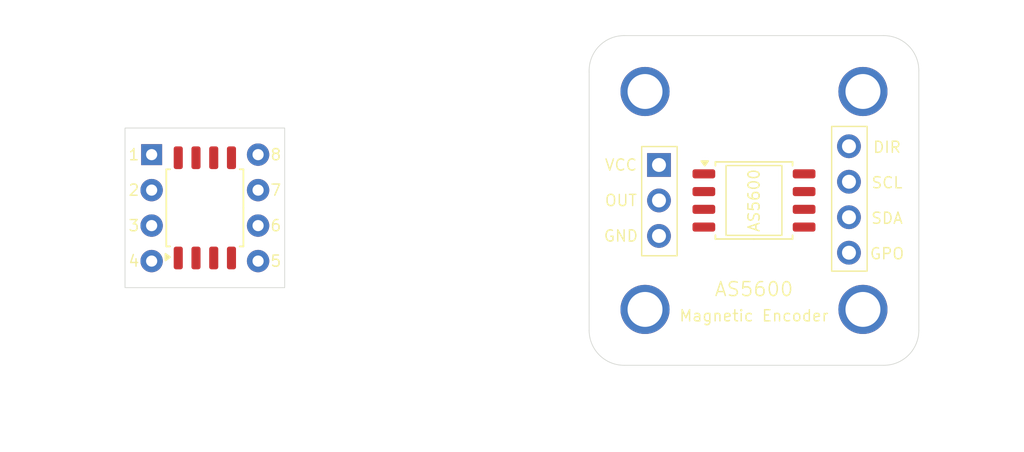
<source format=kicad_pcb>
(kicad_pcb (version 20241229) (generator "pcbnew") (generator_version "9.0")
  (layers (0 "F.Cu" signal) (2 "B.Cu" signal) (13 "F.Paste" user) (15 "B.Paste" user) (5 "F.SilkS" user "F.Silkscreen") (7 "B.SilkS" user "B.Silkscreen") (1 "F.Mask" user) (3 "B.Mask" user) (25 "Edge.Cuts" user))
  (net 0 "")
  (footprint "clipboard:a82f482e-2a98-42b2-ad30-058eb233b8c8" (layer "F.Cu") (at 77.47 48.26)
    (property "Reference" "" (at 0 0.635 0) (layer "F.SilkS") (effects (font (size 1.27 1.27))))
    (property "Value" "")
    (fp_text user "AS5600" (at 5.08 -10.16 0) (layer "F.SilkS") (effects (font (thickness 0.1))))
    (fp_text user "Magnetic Encoder" (at 5.08 -8.255 0) (layer "F.SilkS") (effects (font (size 0.8 0.8) (thickness 0.1))))
  )
  (footprint "Package_SO:SOIC-8_5.3x5.3mm_P1.27mm" (layer "F.Cu") (at 43.24 32.28 90)
    (property "Reference" "REF**" (hide yes))
    (property "Value" "SOIC-8_5.3x5.3mm_P1.27mm")
    (fp_line (start 2.76 -2.76) (end 2.76 -2.49) (stroke (width 0.12)) (layer "F.SilkS"))
    (fp_line (start 0 -2.76) (end 2.76 -2.76) (stroke (width 0.12)) (layer "F.SilkS"))
    (fp_line (start 0 -2.76) (end -2.76 -2.76) (stroke (width 0.12)) (layer "F.SilkS"))
    (fp_line (start -2.76 -2.76) (end -2.76 -2.49) (stroke (width 0.12)) (layer "F.SilkS"))
    (fp_line (start 2.76 2.76) (end 2.76 2.49) (stroke (width 0.12)) (layer "F.SilkS"))
    (fp_line (start 0 2.76) (end 2.76 2.76) (stroke (width 0.12)) (layer "F.SilkS"))
    (fp_line (start 0 2.76) (end -2.76 2.76) (stroke (width 0.12)) (layer "F.SilkS"))
    (fp_line (start -2.76 2.76) (end -2.76 2.49) (stroke (width 0.12)) (layer "F.SilkS"))
    (fp_poly (pts (xy -3.525 -2.49) (xy -3.765 -2.82) (xy -3.285 -2.82)) (stroke (width 0.12)) (fill yes) (layer "F.SilkS"))
    (pad "1" smd roundrect (at -3.5875 -1.905 90) (size 1.625 0.65) (layers "F.Cu" "F.Mask" "F.Paste"))
    (pad "2" smd roundrect (at -3.5875 -0.635 90) (size 1.625 0.65) (layers "F.Cu" "F.Mask" "F.Paste"))
    (pad "3" smd roundrect (at -3.5875 0.635 90) (size 1.625 0.65) (layers "F.Cu" "F.Mask" "F.Paste"))
    (pad "4" smd roundrect (at -3.5875 1.905 90) (size 1.625 0.65) (layers "F.Cu" "F.Mask" "F.Paste"))
    (pad "5" smd roundrect (at 3.5875 1.905 90) (size 1.625 0.65) (layers "F.Cu" "F.Mask" "F.Paste"))
    (pad "6" smd roundrect (at 3.5875 0.635 90) (size 1.625 0.65) (layers "F.Cu" "F.Mask" "F.Paste"))
    (pad "7" smd roundrect (at 3.5875 -0.635 90) (size 1.625 0.65) (layers "F.Cu" "F.Mask" "F.Paste"))
    (pad "8" smd roundrect (at 3.5875 -1.905 90) (size 1.625 0.65) (layers "F.Cu" "F.Mask" "F.Paste"))
  )
  (footprint "Package_SO:SOIC-8_5.3x5.3mm_P1.27mm" (layer "F.Cu") (at 82.55 31.75)
    (property "Reference" "REF**" (hide yes))
    (property "Value" "SOIC-8_5.3x5.3mm_P1.27mm")
    (fp_line (start -2.76 -2.76) (end -2.76 -2.49) (stroke (width 0.12)) (layer "F.SilkS"))
    (fp_line (start -2.76 2.76) (end -2.76 2.49) (stroke (width 0.12)) (layer "F.SilkS"))
    (fp_line (start 0 -2.76) (end -2.76 -2.76) (stroke (width 0.12)) (layer "F.SilkS"))
    (fp_line (start 0 -2.76) (end 2.76 -2.76) (stroke (width 0.12)) (layer "F.SilkS"))
    (fp_line (start 0 2.76) (end -2.76 2.76) (stroke (width 0.12)) (layer "F.SilkS"))
    (fp_line (start 0 2.76) (end 2.76 2.76) (stroke (width 0.12)) (layer "F.SilkS"))
    (fp_line (start 2.76 -2.76) (end 2.76 -2.49) (stroke (width 0.12)) (layer "F.SilkS"))
    (fp_line (start 2.76 2.76) (end 2.76 2.49) (stroke (width 0.12)) (layer "F.SilkS"))
    (fp_poly (pts (xy -3.525 -2.49) (xy -3.765 -2.82) (xy -3.285 -2.82)) (stroke (width 0.12)) (fill yes) (layer "F.SilkS"))
    (pad "1" smd roundrect (at -3.5875 -1.905) (size 1.625 0.65) (layers "F.Cu" "F.Mask" "F.Paste"))
    (pad "2" smd roundrect (at -3.5875 -0.635) (size 1.625 0.65) (layers "F.Cu" "F.Mask" "F.Paste"))
    (pad "3" smd roundrect (at -3.5875 0.635) (size 1.625 0.65) (layers "F.Cu" "F.Mask" "F.Paste"))
    (pad "4" smd roundrect (at -3.5875 1.905) (size 1.625 0.65) (layers "F.Cu" "F.Mask" "F.Paste"))
    (pad "5" smd roundrect (at 3.5875 1.905) (size 1.625 0.65) (layers "F.Cu" "F.Mask" "F.Paste"))
    (pad "6" smd roundrect (at 3.5875 0.635) (size 1.625 0.65) (layers "F.Cu" "F.Mask" "F.Paste"))
    (pad "7" smd roundrect (at 3.5875 -0.635) (size 1.625 0.65) (layers "F.Cu" "F.Mask" "F.Paste"))
    (pad "8" smd roundrect (at 3.5875 -1.905) (size 1.625 0.65) (layers "F.Cu" "F.Mask" "F.Paste"))
  )
  (footprint "modules_libJonny:Adapter-Board_SOP8_to_DIP8" (layer "F.Cu") (at 43.24 32.28)
    (property "Reference" "REF**" (hide yes))
    (property "Value" "Adapter-Board_SOP8_to_DIP8" (hide yes))
    (pad "1" thru_hole rect (at -3.81 -3.81) (size 1.5 1.5) (drill 0.8) (layers "*.Cu" "*.Mask"))
    (pad "2" thru_hole circle (at -3.81 -1.27) (size 1.6 1.6) (drill 0.8) (layers "*.Cu" "*.Mask"))
    (pad "3" thru_hole circle (at -3.81 1.27) (size 1.6 1.6) (drill 0.8) (layers "*.Cu" "*.Mask"))
    (pad "4" thru_hole circle (at -3.81 3.81) (size 1.6 1.6) (drill 0.8) (layers "*.Cu" "*.Mask"))
    (pad "5" thru_hole circle (at 3.81 3.81) (size 1.6 1.6) (drill 0.8) (layers "*.Cu" "*.Mask"))
    (pad "6" thru_hole circle (at 3.81 1.27) (size 1.6 1.6) (drill 0.8) (layers "*.Cu" "*.Mask"))
    (pad "7" thru_hole circle (at 3.81 -1.27) (size 1.6 1.6) (drill 0.8) (layers "*.Cu" "*.Mask"))
    (pad "8" thru_hole circle (at 3.81 -3.81) (size 1.6 1.6) (drill 0.8) (layers "*.Cu" "*.Mask"))
  )
  (footprint "modules_libJonny:AS5600_Magnetic-Encoder_Breakout_Board" (layer "F.Cu") (at 82.55 31.75)
    (property "Reference" "REF**" (hide yes))
    (property "Value" "AS5600_Magnetic-Encoder_Breakout_Board")
    (fp_rect (start -8.04 -3.86) (end -5.5 3.96) (stroke (width 0.1)) (fill no) (layer "F.SilkS"))
    (fp_rect (start -2 -2.5) (end 2 2.5) (stroke (width 0.1)) (fill no) (layer "F.SilkS"))
    (fp_rect (start 5.56 -5.3) (end 8.1 5.06) (stroke (width 0.1)) (fill no) (layer "F.SilkS"))
    (fp_text user "AS5600" (at 0 0 90) (layer "F.SilkS") (effects (font (size 0.8 0.8) (thickness 0.1))))
    (pad "1" thru_hole rect (at -6.8 -2.54) (size 1.7 1.7) (drill 1) (layers "*.Cu" "*.Mask"))
    (pad "2" thru_hole circle (at -6.8 0) (size 1.7 1.7) (drill 1) (layers "*.Cu" "*.Mask"))
    (pad "3" thru_hole circle (at -6.8 2.54) (size 1.7 1.7) (drill 1) (layers "*.Cu" "*.Mask"))
    (pad "4" thru_hole circle (at 6.8 3.74) (size 1.7 1.7) (drill 1) (layers "*.Cu" "*.Mask"))
    (pad "5" thru_hole circle (at 6.8 1.2) (size 1.7 1.7) (drill 1) (layers "*.Cu" "*.Mask"))
    (pad "6" thru_hole circle (at 6.8 -1.34) (size 1.7 1.7) (drill 1) (layers "*.Cu" "*.Mask"))
    (pad "7" thru_hole circle (at 6.8 -3.88) (size 1.7 1.7) (drill 1) (layers "*.Cu" "*.Mask"))
    (pad "P1" thru_hole circle (at -7.8 -7.8) (size 3.516 3.516) (drill 2.5) (layers "*.Cu" "*.Mask"))
    (pad "P1" thru_hole circle (at 7.8 -7.8) (size 3.516 3.516) (drill 2.5) (layers "*.Cu" "*.Mask"))
    (pad "P2" thru_hole circle (at -7.8 7.8) (size 3.516 3.516) (drill 2.5) (layers "*.Cu" "*.Mask"))
    (pad "P2" thru_hole circle (at 7.8 7.8) (size 3.516 3.516) (drill 2.5) (layers "*.Cu" "*.Mask"))
  )
  (gr_line (start 70.75 41.05) (end 70.752167 22.554068) (stroke (width 0.05)) (layer "Edge.Cuts"))
  (gr_arc (start 94.35 41.05) (mid 93.617767 42.817767) (end 91.85 43.55) (stroke (width 0.05)) (layer "Edge.Cuts"))
  (gr_arc (start 73.25 43.55) (mid 71.482233 42.817767) (end 70.75 41.05) (stroke (width 0.05)) (layer "Edge.Cuts"))
  (gr_arc (start 70.752167 22.554076) (mid 71.445812 20.71942) (end 73.25 19.95) (stroke (width 0.05)) (layer "Edge.Cuts"))
  (gr_line (start 91.85 43.55) (end 73.25 43.55) (stroke (width 0.05)) (layer "Edge.Cuts"))
  (gr_line (start 94.35 22.45) (end 94.35 41.05) (stroke (width 0.05)) (layer "Edge.Cuts"))
  (gr_line (start 73.25 19.95) (end 91.85 19.95) (stroke (width 0.05)) (layer "Edge.Cuts"))
  (gr_rect (start 37.525 26.565) (end 48.955 37.995) (stroke (width 0.05)) (fill no) (layer "Edge.Cuts"))
  (gr_arc (start 91.85 19.95) (mid 93.617767 20.682233) (end 94.35 22.45) (stroke (width 0.05)) (layer "Edge.Cuts"))
  (gr_text "5" (at 48.32 36.09 0) (layer "F.SilkS") (effects (font (size 0.8 0.8) (thickness 0.1))))
  (gr_text "SDA" (at 92.075 33.02 0) (layer "F.SilkS") (effects (font (size 0.8 0.8) (thickness 0.1))))
  (gr_text "1" (at 38.16 28.47 0) (layer "F.SilkS") (effects (font (size 0.8 0.8) (thickness 0.1))))
  (gr_text "GND" (at 73.025 34.29 0) (layer "F.SilkS") (effects (font (size 0.8 0.8) (thickness 0.1))))
  (gr_text "3" (at 38.16 33.55 0) (layer "F.SilkS") (effects (font (size 0.8 0.8) (thickness 0.1))))
  (gr_text "4" (at 38.16 36.09 0) (layer "F.SilkS") (effects (font (size 0.8 0.8) (thickness 0.1))))
  (gr_text "DIR" (at 92.075 27.94 0) (layer "F.SilkS") (effects (font (size 0.8 0.8) (thickness 0.1))))
  (gr_text "8" (at 48.32 28.47 0) (layer "F.SilkS") (effects (font (size 0.8 0.8) (thickness 0.1))))
  (gr_text "2" (at 38.16 31.01 0) (layer "F.SilkS") (effects (font (size 0.8 0.8) (thickness 0.1))))
  (gr_text "GPO" (at 92.075 35.56 0) (layer "F.SilkS") (effects (font (size 0.8 0.8) (thickness 0.1))))
  (gr_text "7" (at 48.32 31.01 0) (layer "F.SilkS") (effects (font (size 0.8 0.8) (thickness 0.1))))
  (gr_text "SCL" (at 92.075 30.48 0) (layer "F.SilkS") (effects (font (size 0.8 0.8) (thickness 0.1))))
  (gr_text "6" (at 48.32 33.55 0) (layer "F.SilkS") (effects (font (size 0.8 0.8) (thickness 0.1))))
  (gr_text "OUT" (at 73.025 31.75 0) (layer "F.SilkS") (effects (font (size 0.8 0.8) (thickness 0.1))))
  (gr_text "VCC" (at 73.025 29.21 0) (layer "F.SilkS") (effects (font (size 0.8 0.8) (thickness 0.1))))
)
</source>
